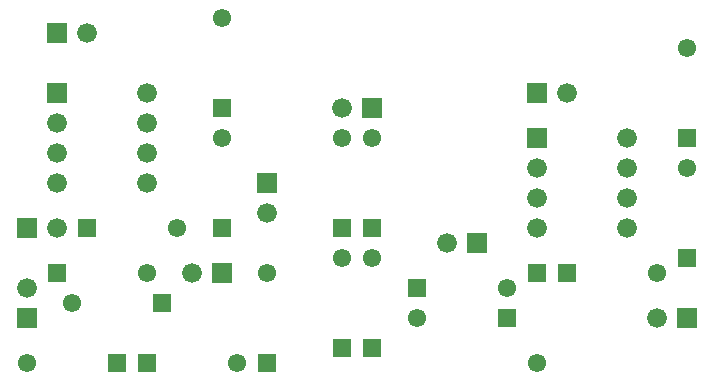
<source format=gbr>
G04 start of page 6 for group -4063 idx -4063 *
G04 Title: (unknown), componentmask *
G04 Creator: pcb 20110918 *
G04 CreationDate: Sat 15 Jun 2013 04:56:44 AM GMT UTC *
G04 For: commonadmin *
G04 Format: Gerber/RS-274X *
G04 PCB-Dimensions: 600000 500000 *
G04 PCB-Coordinate-Origin: lower left *
%MOIN*%
%FSLAX25Y25*%
%LNTOPMASK*%
%ADD32C,0.0610*%
%ADD31C,0.0660*%
%ADD30C,0.0001*%
G54D30*G36*
X176700Y88300D02*Y81700D01*
X183300D01*
Y88300D01*
X176700D01*
G37*
G54D31*X210000Y85000D03*
X180000Y75000D03*
X210000D03*
G54D30*G36*
X176700Y103300D02*Y96700D01*
X183300D01*
Y103300D01*
X176700D01*
G37*
G36*
X176950Y43050D02*Y36950D01*
X183050D01*
Y43050D01*
X176950D01*
G37*
G54D31*X190000Y100000D03*
G54D30*G36*
X186950Y43050D02*Y36950D01*
X193050D01*
Y43050D01*
X186950D01*
G37*
G36*
X226950Y88050D02*Y81950D01*
X233050D01*
Y88050D01*
X226950D01*
G37*
G36*
Y48050D02*Y41950D01*
X233050D01*
Y48050D01*
X226950D01*
G37*
G54D32*X230000Y75000D03*
Y115000D03*
G54D31*X20000Y70000D03*
X50000D03*
Y80000D03*
Y90000D03*
G54D30*G36*
X16700Y103300D02*Y96700D01*
X23300D01*
Y103300D01*
X16700D01*
G37*
G54D31*X20000Y90000D03*
Y80000D03*
G54D30*G36*
X16700Y123300D02*Y116700D01*
X23300D01*
Y123300D01*
X16700D01*
G37*
G54D31*X30000Y120000D03*
X50000Y100000D03*
G54D30*G36*
X16950Y43050D02*Y36950D01*
X23050D01*
Y43050D01*
X16950D01*
G37*
G36*
X6700Y58300D02*Y51700D01*
X13300D01*
Y58300D01*
X6700D01*
G37*
G54D32*X25000Y30000D03*
X10000Y10000D03*
G54D30*G36*
X6700Y28300D02*Y21700D01*
X13300D01*
Y28300D01*
X6700D01*
G37*
G54D31*X10000Y35000D03*
X20000Y55000D03*
G54D30*G36*
X26950Y58050D02*Y51950D01*
X33050D01*
Y58050D01*
X26950D01*
G37*
G36*
X36950Y13050D02*Y6950D01*
X43050D01*
Y13050D01*
X36950D01*
G37*
G36*
X46950D02*Y6950D01*
X53050D01*
Y13050D01*
X46950D01*
G37*
G54D32*X80000Y10000D03*
G54D30*G36*
X86950Y13050D02*Y6950D01*
X93050D01*
Y13050D01*
X86950D01*
G37*
G36*
X121950Y18050D02*Y11950D01*
X128050D01*
Y18050D01*
X121950D01*
G37*
G36*
X111950D02*Y11950D01*
X118050D01*
Y18050D01*
X111950D01*
G37*
G54D32*X50000Y40000D03*
X60000Y55000D03*
G54D30*G36*
X71700Y43300D02*Y36700D01*
X78300D01*
Y43300D01*
X71700D01*
G37*
G54D31*X65000Y40000D03*
G54D30*G36*
X51950Y33050D02*Y26950D01*
X58050D01*
Y33050D01*
X51950D01*
G37*
G36*
X111950Y58050D02*Y51950D01*
X118050D01*
Y58050D01*
X111950D01*
G37*
G36*
X71950Y98050D02*Y91950D01*
X78050D01*
Y98050D01*
X71950D01*
G37*
G36*
X121700Y98300D02*Y91700D01*
X128300D01*
Y98300D01*
X121700D01*
G37*
G54D31*X115000Y95000D03*
G54D32*X75000Y125000D03*
G54D30*G36*
X86700Y73300D02*Y66700D01*
X93300D01*
Y73300D01*
X86700D01*
G37*
G54D31*X90000Y60000D03*
G54D30*G36*
X71950Y58050D02*Y51950D01*
X78050D01*
Y58050D01*
X71950D01*
G37*
G54D32*X75000Y85000D03*
X90000Y40000D03*
X125000Y45000D03*
X115000D03*
G54D30*G36*
X121950Y58050D02*Y51950D01*
X128050D01*
Y58050D01*
X121950D01*
G37*
G54D32*X125000Y85000D03*
X115000D03*
G54D31*X180000Y65000D03*
Y55000D03*
X210000Y65000D03*
G54D30*G36*
X156700Y53300D02*Y46700D01*
X163300D01*
Y53300D01*
X156700D01*
G37*
G54D31*X150000Y50000D03*
X210000Y55000D03*
G54D32*X220000Y40000D03*
G54D30*G36*
X226700Y28300D02*Y21700D01*
X233300D01*
Y28300D01*
X226700D01*
G37*
G54D31*X220000Y25000D03*
G54D32*X180000Y10000D03*
G54D30*G36*
X136950Y38050D02*Y31950D01*
X143050D01*
Y38050D01*
X136950D01*
G37*
G54D32*X140000Y25000D03*
X170000Y35000D03*
G54D30*G36*
X166950Y28050D02*Y21950D01*
X173050D01*
Y28050D01*
X166950D01*
G37*
M02*

</source>
